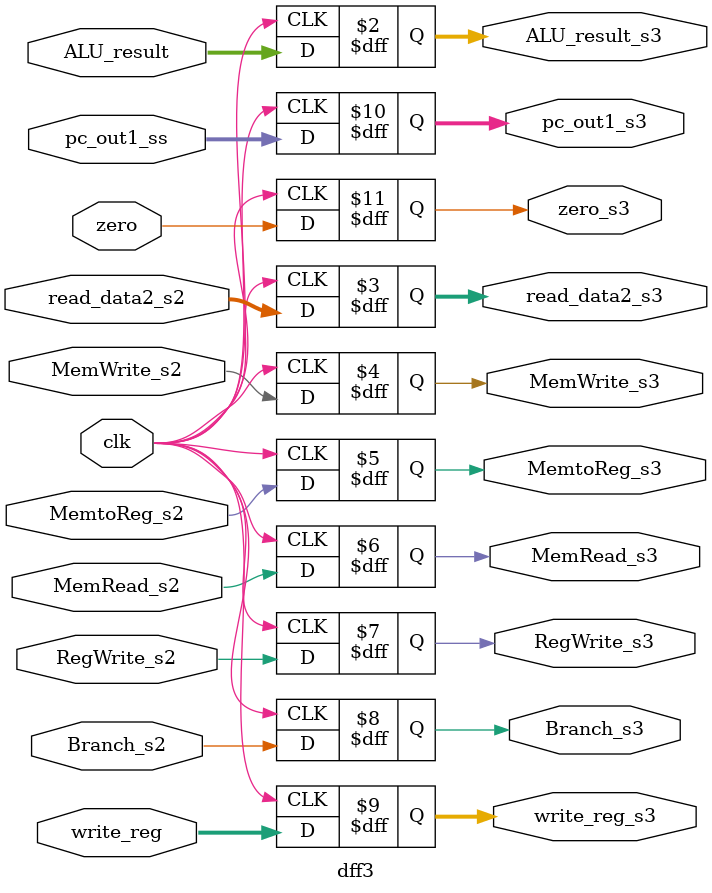
<source format=v>
module execution(inout clk,input reset,input [4:0]dest_for_I_s2,input [4:0]dest_for_R_s2,input [4:0]source_s2,input [4:0] write_reg_s4,
        input [31:0] write_data_s4,input RegWrite_s4,input [31:0]extended_32_s2,
        input [31:0]read_data1_s2,input [31:0] read_data2_s2,input [31:0] pc_out1_s2,input RegDst_s2,input ALUSrc_s2,
        input MemtoReg_s2,input RegWrite_s2,input MemRead_s2,input MemWrite_s2,input ALUOp1_s2,input ALUOp0_s2,
        input Branch_s2, output [31:0] ALU_result_s3,output [31:0]read_data2_s3,output MemWrite_s3,output MemtoReg_s3,
        output MemRead_s3,output RegWrite_s3,output Branch_s3,output [4:0]write_reg_s3,output [31:0]pc_out1_s3,output zero_s3);
wire [3:0]ALUCtrl;
wire [31:0] pc_out1_ss,alu_in2,add_in2,ALU_result,alu1,alu2;
wire [4:0] write_reg;
wire pc_carry;
wire[1:0] fwa,fwb;
ALU_control ac(extended_32_s2[5:0],ALUOp1_s2,ALUOp0_s2,ALUCtrl);
forward f1(source_s2,dest_for_I_s2,reset,write_reg_s3,RegWrite_s3,fwa,fwb,write_reg_s4,RegWrite_s4);
muxfa mfa1(read_data1_s2,ALU_result_s3,write_data_s4,fwa,alu1);
muxfa mfa2(read_data2_s2,ALU_result_s3,write_data_s4,fwb,alu2);
mux1 m1(dest_for_I_s2,dest_for_R_s2,RegDst_s2,write_reg);
shift_left slt(extended_32_s2[29:0],add_in2);
ksa_add kkkk(0,pc_out1_s2,add_in2,pc_out1_ss, pc_carry);
mux2 m2(alu2,extended_32_s2,ALUSrc_s2,alu_in2);
ALU alu(alu1,alu_in2,ALUCtrl,ALU_result,zero);
dff3 d3(clk,ALU_result,alu2,Branch_s2,MemWrite_s2,MemtoReg_s2,MemRead_s2,ALU_result_s3,read_data2_s3,MemWrite_s3,
        MemtoReg_s3,MemRead_s3,RegWrite_s2,RegWrite_s3,Branch_s3,write_reg,write_reg_s3,pc_out1_ss,pc_out1_s3,zero,zero_s3);
endmodule



module mux1(input [4:0]a,input [4:0]b,input sel,output [4:0]c);
assign c = (sel)?b:a;
endmodule

module ALU_control (input [5:0]a,input ALUOp1,input ALUOp0,output [3:0]ALUCtrl);
assign ALUCtrl = (({ALUOp1,ALUOp0}==2'b10))?((a == 6'b100000)?4'b0010:(a == 6'b100010)?4'b0110:(a == 6'b100100)?4'b0000:(a==6'b100101)?4'b0001:(a == 6'b011011)?4'b0100:4'b0011):({ALUOp1,ALUOp0}==2'b01)?4'b0110:4'b0010;
endmodule


module mux2 (input [31:0]read_data2,input [31:0]extended32,input ALUSrc,output [31:0]alu_in2);

assign alu_in2 = (ALUSrc)?extended32:read_data2;

endmodule
 

module shift_left(input [29:0]in,output [31:0] out);
assign out={in[29:0],2'b00};
endmodule



module forward(input [4:0]source_s2,input [4:0]dest_for_I_s2,input reset,input [4:0]write_reg_s3,input RegWrite_s3,output reg [1:0]fwda,output reg [1:0]fwdb,input [4:0]write_reg_s4,input RegWrite_s4);
//
always @(write_reg_s3,source_s2,dest_for_I_s2) begin 
//add reset to entire forward block as it remains off during reset -- added
fwda = 0;
fwdb = 0;

if((RegWrite_s3 ==1) && (write_reg_s3 !=0) &&(write_reg_s3 == source_s2) )begin 
    fwda = 2'b10;
end 
else if((RegWrite_s4 ==1) && (write_reg_s4 !=0) &&(write_reg_s4 == source_s2) && !((RegWrite_s3 ==1) && (write_reg_s3 !=0) &&(write_reg_s3 == source_s2) ))begin 
    fwda = 2'b01;
end 
if((RegWrite_s3 ==1) && (write_reg_s3 !=0) &&(write_reg_s3 == dest_for_I_s2) )begin 
    fwdb = 2'b10;
end 
else if((RegWrite_s3 ==1) && (write_reg_s3 !=0) &&(write_reg_s4 == dest_for_I_s2) && !((RegWrite_s3 ==1) && (write_reg_s3 !=0) &&(write_reg_s3 == dest_for_I_s2) ) )begin 
    fwdb = 2'b01;
end 

end
endmodule

module muxfa (input [31:0]read_data_s2,input [31:0]ALU_result_s3,input [31:0] write_data_s4,input [1:0]fw,output reg  [31:0]aluin);
always @(*) begin 
if(fw==2)
aluin = ALU_result_s3;
else if(fw==1)
aluin = write_data_s4;
else 
aluin = read_data_s2;
end
endmodule

module dff3 (input clk,input [31:0]ALU_result,input [31:0]read_data2_s2,input Branch_s2, input MemWrite_s2,input MemtoReg_s2,
        input MemRead_s2,output reg [31:0]ALU_result_s3,output reg [31:0]read_data2_s3,output reg  MemWrite_s3,
        output reg MemtoReg_s3,output reg MemRead_s3,input RegWrite_s2,output reg RegWrite_s3,output reg Branch_s3,
        input [4:0] write_reg,output reg [4:0] write_reg_s3,input [31:0] pc_out1_ss,output reg [31:0] pc_out1_s3,input zero,output reg zero_s3);

always @(posedge clk) begin 
     ALU_result_s3<=ALU_result;
     zero_s3<=zero;
     read_data2_s3<=read_data2_s2;
     pc_out1_s3<=pc_out1_ss;
     MemWrite_s3<=MemWrite_s2;
     MemtoReg_s3<=MemtoReg_s2;
     MemRead_s3<=MemRead_s2;
     RegWrite_s3<=RegWrite_s2;
     Branch_s3<=Branch_s2;
     write_reg_s3<=write_reg;
     //$monitorb("________________________________________________________",ALU_result);
end
endmodule

</source>
